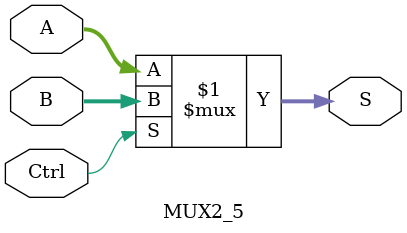
<source format=v>
`timescale 1ns / 1ps
module MUX2_5(
    input wire [4:0] A,
	 input wire [4:0] B,
	 input wire Ctrl,
	 output wire [4:0] S
    );
	assign S = Ctrl? B : A;
endmodule

</source>
